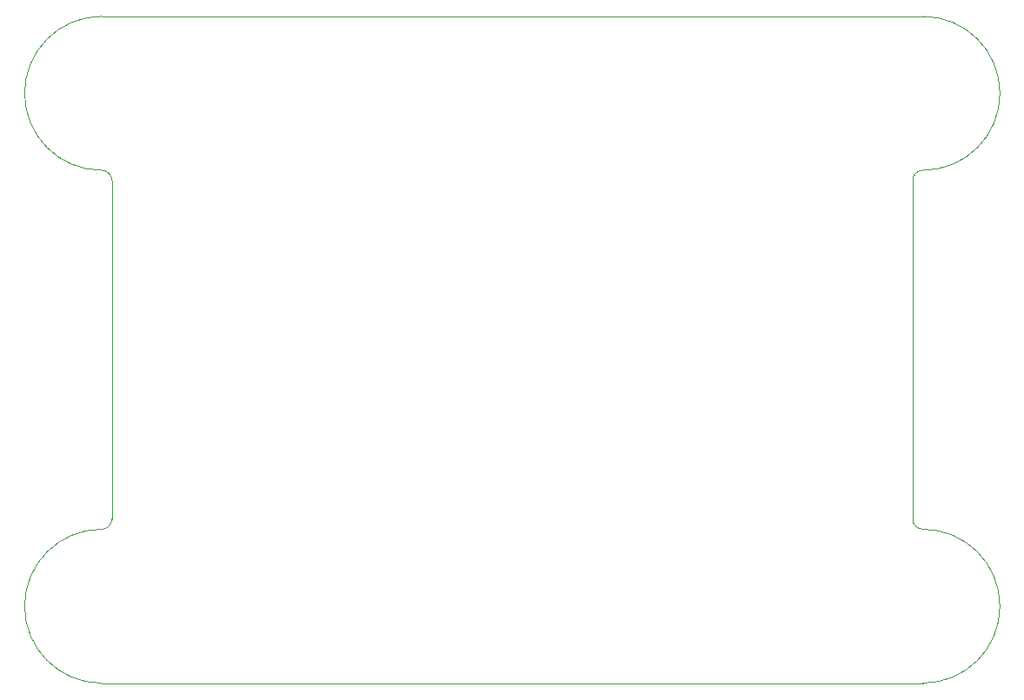
<source format=gm1>
G04 #@! TF.GenerationSoftware,KiCad,Pcbnew,(5.1.10)-1*
G04 #@! TF.CreationDate,2022-05-27T17:28:42+02:00*
G04 #@! TF.ProjectId,pullup_counter_schematic,70756c6c-7570-45f6-936f-756e7465725f,1*
G04 #@! TF.SameCoordinates,Original*
G04 #@! TF.FileFunction,Profile,NP*
%FSLAX46Y46*%
G04 Gerber Fmt 4.6, Leading zero omitted, Abs format (unit mm)*
G04 Created by KiCad (PCBNEW (5.1.10)-1) date 2022-05-27 17:28:42*
%MOMM*%
%LPD*%
G01*
G04 APERTURE LIST*
G04 #@! TA.AperFunction,Profile*
%ADD10C,0.038100*%
G04 #@! TD*
G04 APERTURE END LIST*
D10*
X179000000Y-84000000D02*
X179000000Y-51000000D01*
X101000000Y-51000000D02*
X101000000Y-84000000D01*
X101000000Y-84000000D02*
G75*
G02*
X100000000Y-85000000I-1000000J0D01*
G01*
X180000000Y-85000000D02*
G75*
G02*
X179000000Y-84000000I0J1000000D01*
G01*
X179000000Y-51000000D02*
G75*
G02*
X180000000Y-50000000I1000000J0D01*
G01*
X100000000Y-50000000D02*
G75*
G02*
X101000000Y-51000000I0J-1000000D01*
G01*
X180000000Y-35000000D02*
G75*
G02*
X180000000Y-50000000I0J-7500000D01*
G01*
X180000000Y-85000000D02*
G75*
G02*
X180000000Y-100000000I0J-7500000D01*
G01*
X100000000Y-100000000D02*
G75*
G02*
X100000000Y-85000000I0J7500000D01*
G01*
X100000000Y-50000000D02*
G75*
G02*
X100000000Y-35000000I0J7500000D01*
G01*
X180000000Y-35000000D02*
X100000000Y-35000000D01*
X100000000Y-100000000D02*
X180000000Y-100000000D01*
M02*

</source>
